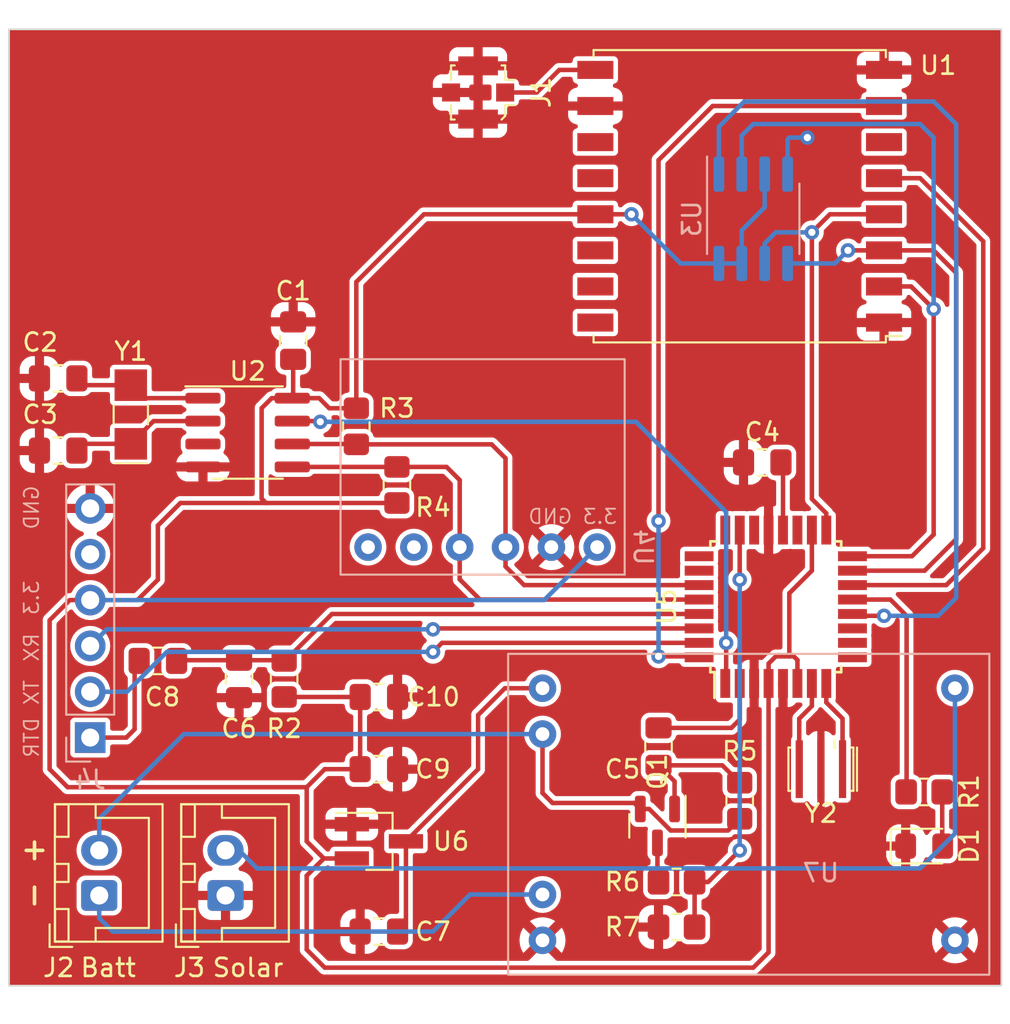
<source format=kicad_pcb>
(kicad_pcb (version 20221018) (generator pcbnew)
  (layers (0 "F.Cu" signal) (31 "B.Cu" signal) (34 "B.Paste" user) (35 "F.Paste" user) (36 "B.SilkS" user "B.Silkscreen") (37 "F.SilkS" user "F.Silkscreen") (38 "B.Mask" user) (39 "F.Mask" user) (44 "Edge.Cuts" user))
  (net 0 "")
  (net 1 "GND")
  (net 2 "/SCL")
  (net 3 "/SDA")
  (net 4 "Net-(U2-X1)")
  (net 5 "Net-(U2-X2)")
  (net 6 "Net-(Q1-G)")
  (net 7 "Net-(J4-Pin_1)")
  (net 8 "Net-(D1-A)")
  (net 9 "Net-(J2-Pin_1)")
  (net 10 "+3V3")
  (net 11 "Net-(J2-Pin_2)")
  (net 12 "Net-(J3-Pin_2)")
  (net 13 "/MFP")
  (net 15 "Net-(Q1-D)")
  (net 16 "Net-(U5-PB1)")
  (net 24 "/IRQ")
  (net 27 "Net-(U5-XTAL1{slash}PB6)")
  (net 28 "Net-(U5-XTAL2{slash}PB7)")
  (net 29 "/SCK")
  (net 30 "/MISO")
  (net 31 "/MOSI")
  (net 32 "/SS")
  (net 33 "/FL_CS")
  (net 34 "/VMTrig")
  (net 35 "/ANT")
  (net 40 "/RST")
  (net 42 "/TX")
  (net 43 "/RX")
  (net 45 "+VDC")
  (net 46 "/ARef")
  (net 49 "/VMSens")
  (footprint "Resistor_SMD:R_0805_2012Metric_Pad1.20x1.40mm_HandSolder" (layer "F.Cu") (at 92.5 141.75 180)
    (fp_text reference "R7" (at 3 0) (layer "F.SilkS"))
    (fp_text value "10k")
    (pad "1" smd roundrect (at -1 0 180) (size 1.2 1.4) (layers "F.Cu" "F.Paste" "F.Mask") (roundrect_rratio 0.2083333333) (net 49 "/VMSens"))
    (pad "2" smd roundrect (at 1 0 180) (size 1.2 1.4) (layers "F.Cu" "F.Paste" "F.Mask") (roundrect_rratio 0.2083333333) (net 1 "GND"))
  )
  (footprint "Capacitor_SMD:C_0805_2012Metric_Pad1.18x1.45mm_HandSolder" (layer "F.Cu") (at 71.25 109.25 90)
    (fp_text reference "C1" (at 2.75 0 180) (layer "F.SilkS"))
    (fp_text value "100n")
    (pad "1" smd roundrect (at -1.0375 0 90) (size 1.175 1.45) (layers "F.Cu" "F.Paste" "F.Mask") (roundrect_rratio 0.2127659574) (net 10 "+3V3"))
    (pad "2" smd roundrect (at 1.0375 0 90) (size 1.175 1.45) (layers "F.Cu" "F.Paste" "F.Mask") (roundrect_rratio 0.2127659574) (net 1 "GND"))
  )
  (footprint "Package_QFP:TQFP-32_7x7mm_P0.8mm" (layer "F.Cu") (at 98 124 90)
    (fp_text reference "U5" (at 0 -6.05 90) (layer "F.SilkS"))
    (fp_text value "ATmega328P-A")
    (pad "1" smd rect (at -4.25 -2.8 90) (size 1.6 0.55) (layers "F.Cu" "F.Paste" "F.Mask") (net 13 "/MFP"))
    (pad "2" smd rect (at -4.25 -2 90) (size 1.6 0.55) (layers "F.Cu" "F.Paste" "F.Mask") (net 34 "/VMTrig"))
    (pad "3" smd rect (at -4.25 -1.2 90) (size 1.6 0.55) (layers "F.Cu" "F.Paste" "F.Mask") (net 1 "GND"))
    (pad "4" smd rect (at -4.25 -0.4 90) (size 1.6 0.55) (layers "F.Cu" "F.Paste" "F.Mask") (net 10 "+3V3"))
    (pad "5" smd rect (at -4.25 0.4 90) (size 1.6 0.55) (layers "F.Cu" "F.Paste" "F.Mask") (net 1 "GND"))
    (pad "6" smd rect (at -4.25 1.2 90) (size 1.6 0.55) (layers "F.Cu" "F.Paste" "F.Mask") (net 10 "+3V3"))
    (pad "7" smd rect (at -4.25 2 90) (size 1.6 0.55) (layers "F.Cu" "F.Paste" "F.Mask") (net 27 "Net-(U5-XTAL1{slash}PB6)"))
    (pad "8" smd rect (at -4.25 2.8 90) (size 1.6 0.55) (layers "F.Cu" "F.Paste" "F.Mask") (net 28 "Net-(U5-XTAL2{slash}PB7)"))
    (pad "9" smd rect (at -2.8 4.25 180) (size 1.6 0.55) (layers "F.Cu" "F.Paste" "F.Mask"))
    (pad "10" smd rect (at -2 4.25 180) (size 1.6 0.55) (layers "F.Cu" "F.Paste" "F.Mask"))
    (pad "11" smd rect (at -1.2 4.25 180) (size 1.6 0.55) (layers "F.Cu" "F.Paste" "F.Mask"))
    (pad "12" smd rect (at -0.4 4.25 180) (size 1.6 0.55) (layers "F.Cu" "F.Paste" "F.Mask") (net 33 "/FL_CS"))
    (pad "13" smd rect (at 0.4 4.25 180) (size 1.6 0.55) (layers "F.Cu" "F.Paste" "F.Mask") (net 16 "Net-(U5-PB1)"))
    (pad "14" smd rect (at 1.2 4.25 180) (size 1.6 0.55) (layers "F.Cu" "F.Paste" "F.Mask") (net 32 "/SS"))
    (pad "15" smd rect (at 2 4.25 180) (size 1.6 0.55) (layers "F.Cu" "F.Paste" "F.Mask") (net 31 "/MOSI"))
    (pad "16" smd rect (at 2.8 4.25 180) (size 1.6 0.55) (layers "F.Cu" "F.Paste" "F.Mask") (net 30 "/MISO"))
    (pad "17" smd rect (at 4.25 2.8 90) (size 1.6 0.55) (layers "F.Cu" "F.Paste" "F.Mask") (net 29 "/SCK"))
    (pad "18" smd rect (at 4.25 2 90) (size 1.6 0.55) (layers "F.Cu" "F.Paste" "F.Mask") (net 10 "+3V3"))
    (pad "19" smd rect (at 4.25 1.2 90) (size 1.6 0.55) (layers "F.Cu" "F.Paste" "F.Mask"))
    (pad "20" smd rect (at 4.25 0.4 90) (size 1.6 0.55) (layers "F.Cu" "F.Paste" "F.Mask") (net 46 "/ARef"))
    (pad "21" smd rect (at 4.25 -0.4 90) (size 1.6 0.55) (layers "F.Cu" "F.Paste" "F.Mask") (net 1 "GND"))
    (pad "22" smd rect (at 4.25 -1.2 90) (size 1.6 0.55) (layers "F.Cu" "F.Paste" "F.Mask"))
    (pad "23" smd rect (at 4.25 -2 90) (size 1.6 0.55) (layers "F.Cu" "F.Paste" "F.Mask") (net 49 "/VMSens"))
    (pad "24" smd rect (at 4.25 -2.8 90) (size 1.6 0.55) (layers "F.Cu" "F.Paste" "F.Mask"))
    (pad "25" smd rect (at 2.8 -4.25 180) (size 1.6 0.55) (layers "F.Cu" "F.Paste" "F.Mask"))
    (pad "26" smd rect (at 2 -4.25 180) (size 1.6 0.55) (layers "F.Cu" "F.Paste" "F.Mask"))
    (pad "27" smd rect (at 1.2 -4.25 180) (size 1.6 0.55) (layers "F.Cu" "F.Paste" "F.Mask") (net 2 "/SCL"))
    (pad "28" smd rect (at 0.4 -4.25 180) (size 1.6 0.55) (layers "F.Cu" "F.Paste" "F.Mask") (net 3 "/SDA"))
    (pad "29" smd rect (at -0.4 -4.25 180) (size 1.6 0.55) (layers "F.Cu" "F.Paste" "F.Mask") (net 40 "/RST"))
    (pad "30" smd rect (at -1.2 -4.25 180) (size 1.6 0.55) (layers "F.Cu" "F.Paste" "F.Mask") (net 43 "/RX"))
    (pad "31" smd rect (at -2 -4.25 180) (size 1.6 0.55) (layers "F.Cu" "F.Paste" "F.Mask") (net 42 "/TX"))
    (pad "32" smd rect (at -2.8 -4.25 180) (size 1.6 0.55) (layers "F.Cu" "F.Paste" "F.Mask") (net 24 "/IRQ"))
  )
  (footprint "Crystal:Resonator_SMD_Murata_CSTxExxV-3Pin_3.0x1.1mm_HandSoldering" (layer "F.Cu") (at 100.5 133 180)
    (fp_text reference "Y2" (at 0 -2.45) (layer "F.SilkS"))
    (fp_text value "16Mhz Resonator")
    (pad "1" smd rect (at -1.2 0 180) (size 0.4 3.2) (layers "F.Cu" "F.Paste" "F.Mask") (net 28 "Net-(U5-XTAL2{slash}PB7)"))
    (pad "2" smd rect (at 0 0 180) (size 0.4 3.2) (layers "F.Cu" "F.Paste" "F.Mask") (net 1 "GND"))
    (pad "3" smd rect (at 1.2 0 180) (size 0.4 3.2) (layers "F.Cu" "F.Paste" "F.Mask") (net 27 "Net-(U5-XTAL1{slash}PB6)"))
  )
  (footprint "Connector_Coaxial:U.FL_Molex_MCRF_73412-0110_Vertical" (layer "F.Cu") (at 81.5 95.5 90)
    (fp_text reference "J1" (at 0 3.5 90) (layer "F.SilkS"))
    (fp_text value "Conn_Coaxial")
    (pad "1" smd rect (at 0 1.5 90) (size 1 1) (layers "F.Cu" "F.Paste" "F.Mask") (net 35 "/ANT"))
    (pad "2" smd rect (at -1.475 0 90) (size 1.05 2.2) (layers "F.Cu" "F.Paste" "F.Mask") (net 1 "GND"))
    (pad "2" smd rect (at 0 -1.5 90) (size 1 1) (layers "F.Cu" "F.Paste" "F.Mask") (net 1 "GND"))
    (pad "2" smd rect (at 1.475 0 90) (size 1.05 2.2) (layers "F.Cu" "F.Paste" "F.Mask") (net 1 "GND"))
  )
  (footprint "Capacitor_SMD:C_0805_2012Metric_Pad1.18x1.45mm_HandSolder" (layer "F.Cu") (at 68.25 128 -90)
    (fp_text reference "C6" (at 2.75 0 180) (layer "F.SilkS"))
    (fp_text value "0.1")
    (pad "1" smd roundrect (at -1.0375 0 270) (size 1.175 1.45) (layers "F.Cu" "F.Paste" "F.Mask") (roundrect_rratio 0.2127659574) (net 40 "/RST"))
    (pad "2" smd roundrect (at 1.0375 0 270) (size 1.175 1.45) (layers "F.Cu" "F.Paste" "F.Mask") (roundrect_rratio 0.2127659574) (net 1 "GND"))
  )
  (footprint "Package_SO:SOIC-8_3.9x4.9mm_P1.27mm" (layer "F.Cu") (at 68.725 114.345)
    (fp_text reference "U2" (at 0 -3.4) (layer "F.SilkS"))
    (fp_text value "MCP7940N-xSN")
    (pad "1" smd roundrect (at -2.475 -1.905) (size 1.95 0.6) (layers "F.Cu" "F.Paste" "F.Mask") (net 4 "Net-(U2-X1)"))
    (pad "2" smd roundrect (at -2.475 -0.635) (size 1.95 0.6) (layers "F.Cu" "F.Paste" "F.Mask") (net 5 "Net-(U2-X2)"))
    (pad "3" smd roundrect (at -2.475 0.635) (size 1.95 0.6) (layers "F.Cu" "F.Paste" "F.Mask"))
    (pad "4" smd roundrect (at -2.475 1.905) (size 1.95 0.6) (layers "F.Cu" "F.Paste" "F.Mask") (net 1 "GND"))
    (pad "5" smd roundrect (at 2.475 1.905) (size 1.95 0.6) (layers "F.Cu" "F.Paste" "F.Mask") (net 3 "/SDA"))
    (pad "6" smd roundrect (at 2.475 0.635) (size 1.95 0.6) (layers "F.Cu" "F.Paste" "F.Mask") (net 2 "/SCL"))
    (pad "7" smd roundrect (at 2.475 -0.635) (size 1.95 0.6) (layers "F.Cu" "F.Paste" "F.Mask") (net 13 "/MFP"))
    (pad "8" smd roundrect (at 2.475 -1.905) (size 1.95 0.6) (layers "F.Cu" "F.Paste" "F.Mask") (net 10 "+3V3"))
  )
  (footprint "Resistor_SMD:R_0805_2012Metric_Pad1.20x1.40mm_HandSolder" (layer "F.Cu") (at 92.5 139.25)
    (fp_text reference "R6" (at -3 0) (layer "F.SilkS"))
    (fp_text value "10k")
    (pad "1" smd roundrect (at -1 0) (size 1.2 1.4) (layers "F.Cu" "F.Paste" "F.Mask") (roundrect_rratio 0.2083333333) (net 15 "Net-(Q1-D)"))
    (pad "2" smd roundrect (at 1 0) (size 1.2 1.4) (layers "F.Cu" "F.Paste" "F.Mask") (roundrect_rratio 0.2083333333) (net 49 "/VMSens"))
  )
  (footprint "Capacitor_SMD:C_0805_2012Metric_Pad1.18x1.45mm_HandSolder" (layer "F.Cu") (at 63.75 127)
    (fp_text reference "C8" (at 0.25 2) (layer "F.SilkS"))
    (fp_text value "0.1")
    (pad "1" smd roundrect (at -1.0375 0) (size 1.175 1.45) (layers "F.Cu" "F.Paste" "F.Mask") (roundrect_rratio 0.2127659574) (net 7 "Net-(J4-Pin_1)"))
    (pad "2" smd roundrect (at 1.0375 0) (size 1.175 1.45) (layers "F.Cu" "F.Paste" "F.Mask") (roundrect_rratio 0.2127659574) (net 40 "/RST"))
  )
  (footprint "Resistor_SMD:R_0805_2012Metric_Pad1.20x1.40mm_HandSolder" (layer "F.Cu") (at 106.225 134.2625 180)
    (fp_text reference "R1" (at -2.5 0 90) (layer "F.SilkS"))
    (fp_text value "10k")
    (pad "1" smd roundrect (at -1 0 180) (size 1.2 1.4) (layers "F.Cu" "F.Paste" "F.Mask") (roundrect_rratio 0.2083333333) (net 8 "Net-(D1-A)"))
    (pad "2" smd roundrect (at 1 0 180) (size 1.2 1.4) (layers "F.Cu" "F.Paste" "F.Mask") (roundrect_rratio 0.2083333333) (net 16 "Net-(U5-PB1)"))
  )
  (footprint "Capacitor_SMD:C_0805_2012Metric_Pad1.18x1.45mm_HandSolder" (layer "F.Cu") (at 76 133 180)
    (fp_text reference "C9" (at -3 0 180) (layer "F.SilkS"))
    (fp_text value "10u")
    (pad "1" smd roundrect (at -1.0375 0 180) (size 1.175 1.45) (layers "F.Cu" "F.Paste" "F.Mask") (roundrect_rratio 0.2127659574) (net 1 "GND"))
    (pad "2" smd roundrect (at 1.0375 0 180) (size 1.175 1.45) (layers "F.Cu" "F.Paste" "F.Mask") (roundrect_rratio 0.2127659574) (net 10 "+3V3"))
  )
  (footprint "Capacitor_SMD:C_0805_2012Metric_Pad1.18x1.45mm_HandSolder" (layer "F.Cu") (at 58.225 111.345 180)
    (fp_text reference "C2" (at 1 2) (layer "F.SilkS"))
    (fp_text value "6p")
    (pad "1" smd roundrect (at -1.0375 0 180) (size 1.175 1.45) (layers "F.Cu" "F.Paste" "F.Mask") (roundrect_rratio 0.2127659574) (net 4 "Net-(U2-X1)"))
    (pad "2" smd roundrect (at 1.0375 0 180) (size 1.175 1.45) (layers "F.Cu" "F.Paste" "F.Mask") (roundrect_rratio 0.2127659574) (net 1 "GND"))
  )
  (footprint "Connector_JST:JST_XH_B2B-XH-A_1x02_P2.50mm_Vertical" (layer "F.Cu") (at 60.5 140 90)
    (fp_text reference "J2" (at -4 -2.25 180) (layer "F.SilkS"))
    (fp_text value "Conn_01x02_Male")
    (pad "1" thru_hole roundrect (at 0 0 90) (size 1.7 2) (drill 1) (layers "*.Cu" "*.Mask") (roundrect_rratio 0.1470588235) (net 9 "Net-(J2-Pin_1)"))
    (pad "2" thru_hole oval (at 2.5 0 90) (size 1.7 2) (drill 1) (layers "*.Cu" "*.Mask") (net 11 "Net-(J2-Pin_2)"))
  )
  (footprint "Package_TO_SOT_SMD:SOT-23" (layer "F.Cu") (at 91.44 136.144 -90)
    (fp_text reference "Q1" (at -3 0 90) (layer "F.SilkS"))
    (fp_text value "DMG2301L")
    (pad "1" smd roundrect (at -0.9375 -0.95 270) (size 1.475 0.6) (layers "F.Cu" "F.Paste" "F.Mask") (net 6 "Net-(Q1-G)"))
    (pad "2" smd roundrect (at -0.9375 0.95 270) (size 1.475 0.6) (layers "F.Cu" "F.Paste" "F.Mask") (net 11 "Net-(J2-Pin_2)"))
    (pad "3" smd roundrect (at 0.9375 0 270) (size 1.475 0.6) (layers "F.Cu" "F.Paste" "F.Mask") (net 15 "Net-(Q1-D)"))
  )
  (footprint "Capacitor_SMD:C_0805_2012Metric_Pad1.18x1.45mm_HandSolder" (layer "F.Cu") (at 76 142)
    (fp_text reference "C7" (at 3 0 180) (layer "F.SilkS"))
    (fp_text value "1u")
    (pad "1" smd roundrect (at -1.0375 0) (size 1.175 1.45) (layers "F.Cu" "F.Paste" "F.Mask") (roundrect_rratio 0.2127659574) (net 1 "GND"))
    (pad "2" smd roundrect (at 1.0375 0) (size 1.175 1.45) (layers "F.Cu" "F.Paste" "F.Mask") (roundrect_rratio 0.2127659574) (net 45 "+VDC"))
  )
  (footprint "Capacitor_SMD:C_0805_2012Metric_Pad1.18x1.45mm_HandSolder" (layer "F.Cu") (at 76 129 180)
    (fp_text reference "C10" (at -3.0375 0 180) (layer "F.SilkS"))
    (fp_text value "100n")
    (pad "1" smd roundrect (at -1.0375 0 180) (size 1.175 1.45) (layers "F.Cu" "F.Paste" "F.Mask") (roundrect_rratio 0.2127659574) (net 1 "GND"))
    (pad "2" smd roundrect (at 1.0375 0 180) (size 1.175 1.45) (layers "F.Cu" "F.Paste" "F.Mask") (roundrect_rratio 0.2127659574) (net 10 "+3V3"))
  )
  (footprint "Resistor_SMD:R_0805_2012Metric_Pad1.20x1.40mm_HandSolder" (layer "F.Cu") (at 77 117.25 90)
    (fp_text reference "R4" (at -1.25 2) (layer "F.SilkS"))
    (fp_text value "10k")
    (pad "1" smd roundrect (at -1 0 90) (size 1.2 1.4) (layers "F.Cu" "F.Paste" "F.Mask") (roundrect_rratio 0.2083333333) (net 10 "+3V3"))
    (pad "2" smd roundrect (at 1 0 90) (size 1.2 1.4) (layers "F.Cu" "F.Paste" "F.Mask") (roundrect_rratio 0.2083333333) (net 3 "/SDA"))
  )
  (footprint "Connector_JST:JST_XH_B2B-XH-A_1x02_P2.50mm_Vertical" (layer "F.Cu") (at 67.5 140 90)
    (fp_text reference "J3" (at -4 -2 180) (layer "F.SilkS"))
    (fp_text value "Conn_01x02_Male")
    (pad "1" thru_hole roundrect (at 0 0 90) (size 1.7 2) (drill 1) (layers "*.Cu" "*.Mask") (roundrect_rratio 0.1470588235) (net 1 "GND"))
    (pad "2" thru_hole oval (at 2.5 0 90) (size 1.7 2) (drill 1) (layers "*.Cu" "*.Mask") (net 12 "Net-(J3-Pin_2)"))
  )
  (footprint "LED_SMD:LED_0805_2012Metric_Pad1.15x1.40mm_HandSolder" (layer "F.Cu") (at 106.225 137.2625)
    (fp_text reference "D1" (at 2.5 0 90) (layer "F.SilkS"))
    (fp_text value "LED")
    (pad "1" smd roundrect (at -1.025 0) (size 1.15 1.4) (layers "F.Cu" "F.Paste" "F.Mask") (roundrect_rratio 0.2173913043) (net 1 "GND"))
    (pad "2" smd roundrect (at 1.025 0) (size 1.15 1.4) (layers "F.Cu" "F.Paste" "F.Mask") (roundrect_rratio 0.2173913043) (net 8 "Net-(D1-A)"))
  )
  (footprint "Capacitor_SMD:C_0805_2012Metric_Pad1.18x1.45mm_HandSolder" (layer "F.Cu") (at 58.225 115.345 180)
    (fp_text reference "C3" (at 1 2) (layer "F.SilkS"))
    (fp_text value "6p")
    (pad "1" smd roundrect (at -1.0375 0 180) (size 1.175 1.45) (layers "F.Cu" "F.Paste" "F.Mask") (roundrect_rratio 0.2127659574) (net 5 "Net-(U2-X2)"))
    (pad "2" smd roundrect (at 1.0375 0 180) (size 1.175 1.45) (layers "F.Cu" "F.Paste" "F.Mask") (roundrect_rratio 0.2127659574) (net 1 "GND"))
  )
  (footprint "RF_Module:HOPERF_RFM9XW_SMD" (layer "F.Cu") (at 96 101.25 180)
    (fp_text reference "U1" (at -11 7.25) (layer "F.SilkS"))
    (fp_text value "RFM69HCW")
    (pad "1" smd rect (at -8 -7 180) (size 2 1) (layers "F.Cu" "F.Paste" "F.Mask") (net 1 "GND"))
    (pad "2" smd rect (at -8 -5 180) (size 2 1) (layers "F.Cu" "F.Paste" "F.Mask") (net 30 "/MISO"))
    (pad "3" smd rect (at -8 -3 180) (size 2 1) (layers "F.Cu" "F.Paste" "F.Mask") (net 31 "/MOSI"))
    (pad "4" smd rect (at -8 -1 180) (size 2 1) (layers "F.Cu" "F.Paste" "F.Mask") (net 29 "/SCK"))
    (pad "5" smd rect (at -8 1 180) (size 2 1) (layers "F.Cu" "F.Paste" "F.Mask") (net 32 "/SS"))
    (pad "6" smd rect (at -8 3 180) (size 2 1) (layers "F.Cu" "F.Paste" "F.Mask"))
    (pad "7" smd rect (at -8 5 180) (size 2 1) (layers "F.Cu" "F.Paste" "F.Mask") (net 24 "/IRQ"))
    (pad "8" smd rect (at -8 7 180) (size 2 1) (layers "F.Cu" "F.Paste" "F.Mask") (net 1 "GND"))
    (pad "9" smd rect (at 8 7 180) (size 2 1) (layers "F.Cu" "F.Paste" "F.Mask") (net 35 "/ANT"))
    (pad "10" smd rect (at 8 5 180) (size 2 1) (layers "F.Cu" "F.Paste" "F.Mask") (net 1 "GND"))
    (pad "11" smd rect (at 8 3 180) (size 2 1) (layers "F.Cu" "F.Paste" "F.Mask"))
    (pad "12" smd rect (at 8 1 180) (size 2 1) (layers "F.Cu" "F.Paste" "F.Mask"))
    (pad "13" smd rect (at 8 -1 180) (size 2 1) (layers "F.Cu" "F.Paste" "F.Mask") (net 10 "+3V3"))
    (pad "14" smd rect (at 8 -3 180) (size 2 1) (layers "F.Cu" "F.Paste" "F.Mask"))
    (pad "15" smd rect (at 8 -5 180) (size 2 1) (layers "F.Cu" "F.Paste" "F.Mask"))
    (pad "16" smd rect (at 8 -7 180) (size 2 1) (layers "F.Cu" "F.Paste" "F.Mask"))
  )
  (footprint "Package_TO_SOT_SMD:SOT-23_Handsoldering" (layer "F.Cu") (at 76 137)
    (fp_text reference "U6" (at 4 0 180) (layer "F.SilkS"))
    (fp_text value "MCP1700-1202E_SOT23")
    (pad "1" smd rect (at -1.5 -0.95) (size 1.9 0.8) (layers "F.Cu" "F.Paste" "F.Mask") (net 1 "GND"))
    (pad "2" smd rect (at -1.5 0.95) (size 1.9 0.8) (layers "F.Cu" "F.Paste" "F.Mask") (net 10 "+3V3"))
    (pad "3" smd rect (at 1.5 0) (size 1.9 0.8) (layers "F.Cu" "F.Paste" "F.Mask") (net 45 "+VDC"))
  )
  (footprint "Resistor_SMD:R_0805_2012Metric_Pad1.20x1.40mm_HandSolder" (layer "F.Cu") (at 74.75 114 90)
    (fp_text reference "R3" (at 1 2.25 180) (layer "F.SilkS"))
    (fp_text value "10k")
    (pad "1" smd roundrect (at -1 0 90) (size 1.2 1.4) (layers "F.Cu" "F.Paste" "F.Mask") (roundrect_rratio 0.2083333333) (net 2 "/SCL"))
    (pad "2" smd roundrect (at 1 0 90) (size 1.2 1.4) (layers "F.Cu" "F.Paste" "F.Mask") (roundrect_rratio 0.2083333333) (net 10 "+3V3"))
  )
  (footprint "Capacitor_SMD:C_0805_2012Metric_Pad1.18x1.45mm_HandSolder" (layer "F.Cu") (at 91.5 131.75 -90)
    (fp_text reference "C5" (at 1.25 2 180) (layer "F.SilkS"))
    (fp_text value "1u")
    (pad "1" smd roundrect (at -1.0375 0 270) (size 1.175 1.45) (layers "F.Cu" "F.Paste" "F.Mask") (roundrect_rratio 0.2127659574) (net 34 "/VMTrig"))
    (pad "2" smd roundrect (at 1.0375 0 270) (size 1.175 1.45) (layers "F.Cu" "F.Paste" "F.Mask") (roundrect_rratio 0.2127659574) (net 6 "Net-(Q1-G)"))
  )
  (footprint "Crystal:Crystal_SMD_EuroQuartz_EQ161-2Pin_3.2x1.5mm_HandSoldering" (layer "F.Cu") (at 62.25 113.345 90)
    (fp_text reference "Y1" (at 3.5 0 180) (layer "F.SilkS"))
    (fp_text value "Crystal")
    (pad "1" smd rect (at -1.625 0 90) (size 1.75 1.8) (layers "F.Cu" "F.Paste" "F.Mask") (net 5 "Net-(U2-X2)"))
    (pad "2" smd rect (at 1.625 0 90) (size 1.75 1.8) (layers "F.Cu" "F.Paste" "F.Mask") (net 4 "Net-(U2-X1)"))
  )
  (footprint "Capacitor_SMD:C_0805_2012Metric_Pad1.18x1.45mm_HandSolder" (layer "F.Cu") (at 97.25 116)
    (fp_text reference "C4" (at 0 -1.68) (layer "F.SilkS"))
    (fp_text value "0.1")
    (pad "1" smd roundrect (at -1.0375 0) (size 1.175 1.45) (layers "F.Cu" "F.Paste" "F.Mask") (roundrect_rratio 0.2127659574) (net 1 "GND"))
    (pad "2" smd roundrect (at 1.0375 0) (size 1.175 1.45) (layers "F.Cu" "F.Paste" "F.Mask") (roundrect_rratio 0.2127659574) (net 46 "/ARef"))
  )
  (footprint "Resistor_SMD:R_0805_2012Metric_Pad1.20x1.40mm_HandSolder" (layer "F.Cu") (at 70.75 128 -90)
    (fp_text reference "R2" (at 2.75 0) (layer "F.SilkS"))
    (fp_text value "10k")
    (pad "1" smd roundrect (at -1 0 270) (size 1.2 1.4) (layers "F.Cu" "F.Paste" "F.Mask") (roundrect_rratio 0.2083333333) (net 40 "/RST"))
    (pad "2" smd roundrect (at 1 0 270) (size 1.2 1.4) (layers "F.Cu" "F.Paste" "F.Mask") (roundrect_rratio 0.2083333333) (net 10 "+3V3"))
  )
  (footprint "Resistor_SMD:R_0805_2012Metric_Pad1.20x1.40mm_HandSolder" (layer "F.Cu") (at 96 134.75 90)
    (fp_text reference "R5" (at 2.75 0 180) (layer "F.SilkS"))
    (fp_text value "10k")
    (pad "1" smd roundrect (at -1 0 90) (size 1.2 1.4) (layers "F.Cu" "F.Paste" "F.Mask") (roundrect_rratio 0.2083333333) (net 11 "Net-(J2-Pin_2)"))
    (pad "2" smd roundrect (at 1 0 90) (size 1.2 1.4) (layers "F.Cu" "F.Paste" "F.Mask") (roundrect_rratio 0.2083333333) (net 6 "Net-(Q1-G)"))
  )
  (footprint "Package_SO:SOIC-8_3.9x4.9mm_P1.27mm" (layer "B.Cu") (at 96.75 102.5 -90)
    (fp_text reference "U3" (at 0 3.4 90) (layer "B.SilkS") (effects (justify mirror)))
    (fp_text value "W25X40CL")
    (pad "1" smd roundrect (at -2.475 1.905 270) (size 1.95 0.6) (layers "B.Cu" "B.Paste" "B.Mask") (net 33 "/FL_CS"))
    (pad "2" smd roundrect (at -2.475 0.635 270) (size 1.95 0.6) (layers "B.Cu" "B.Paste" "B.Mask") (net 30 "/MISO"))
    (pad "3" smd roundrect (at -2.475 -0.635 270) (size 1.95 0.6) (layers "B.Cu" "B.Paste" "B.Mask") (net 10 "+3V3"))
    (pad "4" smd roundrect (at -2.475 -1.905 270) (size 1.95 0.6) (layers "B.Cu" "B.Paste" "B.Mask") (net 1 "GND"))
    (pad "5" smd roundrect (at 2.475 -1.905 270) (size 1.95 0.6) (layers "B.Cu" "B.Paste" "B.Mask") (net 31 "/MOSI"))
    (pad "6" smd roundrect (at 2.475 -0.635 270) (size 1.95 0.6) (layers "B.Cu" "B.Paste" "B.Mask") (net 29 "/SCK"))
    (pad "7" smd roundrect (at 2.475 0.635 270) (size 1.95 0.6) (layers "B.Cu" "B.Paste" "B.Mask") (net 10 "+3V3"))
    (pad "8" smd roundrect (at 2.475 1.905 270) (size 1.95 0.6) (layers "B.Cu" "B.Paste" "B.Mask") (net 10 "+3V3"))
  )
  (footprint "Connector_PinHeader_2.54mm:PinHeader_1x06_P2.54mm_Vertical" (layer "B.Cu") (at 60 131.25)
    (fp_text reference "J4" (at 0 2.33) (layer "B.SilkS") (effects (justify mirror)))
    (fp_text value "Conn_01x06")
    (pad "1" thru_hole rect (at 0 0) (size 1.7 1.7) (drill 1) (layers "*.Cu" "*.Mask") (net 7 "Net-(J4-Pin_1)"))
    (pad "2" thru_hole oval (at 0 -2.54) (size 1.7 1.7) (drill 1) (layers "*.Cu" "*.Mask") (net 42 "/TX"))
    (pad "3" thru_hole oval (at 0 -5.08) (size 1.7 1.7) (drill 1) (layers "*.Cu" "*.Mask") (net 43 "/RX"))
    (pad "4" thru_hole oval (at 0 -7.62) (size 1.7 1.7) (drill 1) (layers "*.Cu" "*.Mask") (net 10 "+3V3"))
    (pad "5" thru_hole oval (at 0 -10.16) (size 1.7 1.7) (drill 1) (layers "*.Cu" "*.Mask"))
    (pad "6" thru_hole oval (at 0 -12.7) (size 1.7 1.7) (drill 1) (layers "*.Cu" "*.Mask") (net 1 "GND"))
  )
  (footprint "Module_Power:BattMngmnt_TC4056A" (layer "B.Cu") (at 107.93 128.515 180)
    (fp_text reference "U7" (at 7.43 -10.235 unlocked) (layer "B.SilkS") (effects (justify mirror)))
    (fp_text value "BatteryManagement_TC4056A")
    (pad "1" thru_hole circle (at 0 0 180) (size 1.524 1.524) (drill 0.762) (layers "*.Cu" "*.Mask") (net 12 "Net-(J3-Pin_2)"))
    (pad "2" thru_hole circle (at 0 -13.97 180) (size 1.524 1.524) (drill 0.762) (layers "*.Cu" "*.Mask") (net 1 "GND"))
    (pad "2" thru_hole circle (at 22.86 -13.97 180) (size 1.524 1.524) (drill 0.762) (layers "*.Cu" "*.Mask") (net 1 "GND"))
    (pad "4" thru_hole circle (at 22.86 -11.43 180) (size 1.524 1.524) (drill 0.762) (layers "*.Cu" "*.Mask") (net 9 "Net-(J2-Pin_1)"))
    (pad "5" thru_hole circle (at 22.86 -2.54 180) (size 1.524 1.524) (drill 0.762) (layers "*.Cu" "*.Mask") (net 11 "Net-(J2-Pin_2)"))
    (pad "6" thru_hole circle (at 22.86 0 180) (size 1.524 1.524) (drill 0.762) (layers "*.Cu" "*.Mask") (net 45 "+VDC"))
  )
  (footprint "Module_Sensor:BMP280_Breakboard" (layer "B.Cu") (at 88.1 120.695 90)
    (fp_text reference "U4" (at 0 2.54 -90 unlocked) (layer "B.SilkS") (effects (justify mirror)))
    (fp_text value "BMP280")
    (pad "1" thru_hole circle (at 0 0 90) (size 1.524 1.524) (drill 0.762) (layers "*.Cu" "*.Mask") (net 10 "+3V3"))
    (pad "2" thru_hole circle (at 0 -2.54 90) (size 1.524 1.524) (drill 0.762) (layers "*.Cu" "*.Mask") (net 1 "GND"))
    (pad "3" thru_hole circle (at 0 -5.08 90) (size 1.524 1.524) (drill 0.762) (layers "*.Cu" "*.Mask") (net 2 "/SCL"))
    (pad "4" thru_hole circle (at 0 -7.62 90) (size 1.524 1.524) (drill 0.762) (layers "*.Cu" "*.Mask") (net 3 "/SDA"))
    (pad "5" thru_hole circle (at 0 -10.16 90) (size 1.524 1.524) (drill 0.762) (layers "*.Cu" "*.Mask"))
    (pad "6" thru_hole circle (at 0 -12.7 90) (size 1.524 1.524) (drill 0.762) (layers "*.Cu" "*.Mask"))
  )
  (gr_rect (start 55.5 92) (end 110.5 145) (stroke (width 0.1)) (fill none) (layer "Edge.Cuts"))
  (gr_text "TX\n" (at 56.75 128.75 -270) (layer "B.SilkS") (effects (font (size 0.8 0.8) (thickness 0.1)) (justify mirror)))
  (gr_text "3.3" (at 88.25 119) (layer "B.SilkS") (effects (font (size 0.8 0.8) (thickness 0.1)) (justify mirror)))
  (gr_text "DTR" (at 56.75 131.25 -270) (layer "B.SilkS") (effects (font (size 0.8 0.8) (thickness 0.1)) (justify mirror)))
  (gr_text "RX\n" (at 56.75 126.25 -270) (layer "B.SilkS") (effects (font (size 0.8 0.8) (thickness 0.1)) (justify mirror)))
  (gr_text "3.3" (at 56.75 123.5 -270) (layer "B.SilkS") (effects (font (size 0.8 0.8) (thickness 0.1)) (justify mirror)))
  (gr_text "GND" (at 85.5 119) (layer "B.SilkS") (effects (font (size 0.8 0.8) (thickness 0.1)) (justify mirror)))
  (gr_text "GND" (at 56.75 118.5 -270) (layer "B.SilkS") (effects (font (size 0.8 0.8) (thickness 0.1)) (justify mirror)))
  (gr_text "-" (at 57 140 270) (layer "F.SilkS") (effects (font (size 1.2 1.2) (thickness 0.2))))
  (gr_text "Solar" (at 68.75 144) (layer "F.SilkS") (effects (font (size 1 1))))
  (gr_text "Batt" (at 61 144) (layer "F.SilkS") (effects (font (size 1 1))))
  (gr_text "+" (at 57 137.5 270) (layer "F.SilkS") (effects (font (size 1.2 1.2) (thickness 0.2))))
  (via (at 99.75 98) (size 0.8) (drill 0.4) (layers "F.Cu" "B.Cu") (net 1))
  (segment (start 98.655 98.095) (end 98.75 98) (width 0.25) (layer "B.Cu") (net 1))
  (segment (start 98.75 98) (end 99.75 98) (width 0.25) (layer "B.Cu") (net 1))
  (segment (start 98.655 100.025) (end 98.655 98.095) (width 0.25) (layer "B.Cu") (net 1))
  (segment (start 84.05 122.8) (end 83.02 121.77) (width 0.25) (layer "F.Cu") (net 2))
  (segment (start 83.02 121.77) (end 83.02 120.695) (width 0.25) (layer "F.Cu") (net 2))
  (segment (start 93.75 122.8) (end 84.05 122.8) (width 0.25) (layer "F.Cu") (net 2))
  (segment (start 82.25 115) (end 74.75 115) (width 0.25) (layer "F.Cu") (net 2))
  (segment (start 71.2 114.98) (end 74.73 114.98) (width 0.25) (layer "F.Cu") (net 2))
  (segment (start 83.02 115.77) (end 82.25 115) (width 0.25) (layer "F.Cu") (net 2))
  (segment (start 83.02 120.695) (end 83.02 115.77) (width 0.25) (layer "F.Cu") (net 2))
  (segment (start 80.48 120.695) (end 80.48 116.98) (width 0.25) (layer "F.Cu") (net 3))
  (segment (start 80.48 122.48) (end 81.6 123.6) (width 0.25) (layer "F.Cu") (net 3))
  (segment (start 81.6 123.6) (end 93.75 123.6) (width 0.25) (layer "F.Cu") (net 3))
  (segment (start 80.48 116.98) (end 79.75 116.25) (width 0.25) (layer "F.Cu") (net 3))
  (segment (start 79.75 116.25) (end 71.2 116.25) (width 0.25) (layer "F.Cu") (net 3))
  (segment (start 80.48 120.695) (end 80.48 122.48) (width 0.25) (layer "F.Cu") (net 3))
  (segment (start 62.82 112.44) (end 62.1 111.72) (width 0.25) (layer "F.Cu") (net 4))
  (segment (start 66.25 112.44) (end 62.82 112.44) (width 0.25) (layer "F.Cu") (net 4))
  (segment (start 59.6375 111.72) (end 62.25 111.72) (width 0.25) (layer "F.Cu") (net 4))
  (segment (start 59.6375 114.97) (end 62.25 114.97) (width 0.25) (layer "F.Cu") (net 5))
  (segment (start 63.51 113.71) (end 66.25 113.71) (width 0.25) (layer "F.Cu") (net 5))
  (segment (start 62.25 114.97) (end 63.51 113.71) (width 0.25) (layer "F.Cu") (net 5))
  (segment (start 95.0375 132.7875) (end 91.5 132.7875) (width 0.25) (layer "F.Cu") (net 6))
  (segment (start 92.39 135.2065) (end 92.39 133.6775) (width 0.25) (layer "F.Cu") (net 6))
  (segment (start 92.39 133.6775) (end 91.5 132.7875) (width 0.25) (layer "F.Cu") (net 6))
  (segment (start 96 133.75) (end 95.0375 132.7875) (width 0.25) (layer "F.Cu") (net 6))
  (segment (start 62 131.25) (end 62.4625 130.7875) (width 0.25) (layer "F.Cu") (net 7))
  (segment (start 60 131.25) (end 62 131.25) (width 0.25) (layer "F.Cu") (net 7))
  (segment (start 62.4625 130.7875) (end 62.4625 127.25) (width 0.25) (layer "F.Cu") (net 7))
  (segment (start 62.4625 127.25) (end 62.7125 127) (width 0.25) (layer "F.Cu") (net 7))
  (segment (start 107.225 134.2625) (end 107.225 137.2375) (width 0.25) (layer "F.Cu") (net 8))
  (segment (start 85.07 139.945) (end 81.055 139.945) (width 0.25) (layer "B.Cu") (net 9))
  (segment (start 60.5 141.25) (end 60.5 140) (width 0.25) (layer "B.Cu") (net 9))
  (segment (start 61.25 142) (end 60.5 141.25) (width 0.25) (layer "B.Cu") (net 9))
  (segment (start 79 142) (end 61.25 142) (width 0.25) (layer "B.Cu") (net 9))
  (segment (start 81.055 139.945) (end 79 142) (width 0.25) (layer "B.Cu") (net 9))
  (segment (start 97.6 128.25) (end 97.6 143.15) (width 0.25) (layer "F.Cu") (net 10))
  (segment (start 96.75 144) (end 73 144) (width 0.25) (layer "F.Cu") (net 10))
  (segment (start 69.5 113) (end 69.5 118) (width 0.25) (layer "F.Cu") (net 10))
  (segment (start 99 126.75) (end 98.75 126.75) (width 0.25) (layer "F.Cu") (net 10))
  (segment (start 72.95 137.95) (end 72 137) (width 0.25) (layer "F.Cu") (net 10))
  (segment (start 71.2 112.44) (end 70.06 112.44) (width 0.25) (layer "F.Cu") (net 10))
  (segment (start 65 118.25) (end 63.75 119.5) (width 0.25) (layer "F.Cu") (net 10))
  (segment (start 99.2 126.95) (end 99 126.75) (width 0.25) (layer "F.Cu") (net 10))
  (segment (start 74.75 113) (end 74.75 106) (width 0.25) (layer "F.Cu") (net 10))
  (segment (start 69.5 118) (end 69.75 118.25) (width 0.25) (layer "F.Cu") (net 10))
  (segment (start 77 118.25) (end 69.75 118.25) (width 0.25) (layer "F.Cu") (net 10))
  (segment (start 98.75 123.25) (end 100 122) (width 0.25) (layer "F.Cu") (net 10))
  (segment (start 58.75 134) (end 57.75 133) (width 0.25) (layer "F.Cu") (net 10))
  (segment (start 57.75 124.75) (end 58.87 123.63) (width 0.25) (layer "F.Cu") (net 10))
  (segment (start 74.75 106) (end 78.5 102.25) (width 0.25) (layer "F.Cu") (net 10))
  (segment (start 72 137) (end 72 134) (width 0.25) (layer "F.Cu") (net 10))
  (segment (start 57.75 133) (end 57.75 124.75) (width 0.25) (layer "F.Cu") (net 10))
  (segment (start 74.5 137.95) (end 72.95 137.95) (width 0.25) (layer "F.Cu") (net 10))
  (segment (start 98 126.75) (end 97.6 127.15) (width 0.25) (layer "F.Cu") (net 10))
  (segment (start 62.62 123.63) (end 60 123.63) (width 0.25) (layer "F.Cu") (net 10))
  (segment (start 99.2 128.25) (end 99.2 126.95) (width 0.25) (layer "F.Cu") (net 10))
  (segment (start 69.75 118.25) (end 65 118.25) (width 0.25) (layer "F.Cu") (net 10))
  (segment (start 58.87 123.63) (end 60 123.63) (width 0.25) (layer "F.Cu") (net 10))
  (segment (start 72 134) (end 58.75 134) (width 0.25) (layer "F.Cu") (net 10))
  (segment (start 72 134) (end 73 133) (width 0.25) (layer "F.Cu") (net 10))
  (segment (start 73 133) (end 74.9625 133) (width 0.25) (layer "F.Cu") (net 10))
  (segment (start 78.5 102.25) (end 88 102.25) (width 0.25) (layer "F.Cu") (net 10))
  (segment (start 72.69 112.44) (end 73.25 113) (width 0.25) (layer "F.Cu") (net 10))
  (segment (start 72 138.9) (end 72.95 137.95) (width 0.25) (layer "F.Cu") (net 10))
  (segment (start 72 143) (end 72 138.9) (width 0.25) (layer "F.Cu") (net 10))
  (segment (start 97.6 127.15) (end 97.6 128.25) (width 0.25) (layer "F.Cu") (net 10))
  (segment (start 63.75 122.5) (end 62.62 123.63) (width 0.25) (layer "F.Cu") (net 10))
  (segment (start 97.6 143.15) (end 96.75 144) (width 0.25) (layer "F.Cu") (net 10))
  (segment (start 63.75 119.5) (end 63.75 122.5) (width 0.25) (layer "F.Cu") (net 10))
  (segment (start 71.2 112.44) (end 72.69 112.44) (width 0.25) (layer "F.Cu") (net 10))
  (segment (start 73.25 113) (end 74.75 113) (width 0.25) (layer "F.Cu") (net 10))
  (segment (start 74.9625 129) (end 74.9625 133) (width 0.25) (layer "F.Cu") (net 10))
  (segment (start 90 102.25) (end 88 102.25) (width 0.25) (layer "F.Cu") (net 10))
  (segment (start 98.75 126.75) (end 98.75 123.25) (width 0.25) (layer "F.Cu") (net 10))
  (segment (start 100 122) (end 100 119.75) (width 0.25) (layer "F.Cu") (net 10))
  (segment (start 71.25 110.2875) (end 71.25 112.39) (width 0.25) (layer "F.Cu") (net 10))
  (segment (start 70.06 112.44) (end 69.5 113) (width 0.25) (layer "F.Cu") (net 10))
  (segment (start 70.75 129) (end 74.9625 129) (width 0.25) (layer "F.Cu") (net 10))
  (segment (start 98.75 126.75) (end 98 126.75) (width 0.25) (layer "F.Cu") (net 10))
  (segment (start 73 144) (end 72 143) (width 0.25) (layer "F.Cu") (net 10))
  (via (at 90 102.25) (size 0.8) (drill 0.4) (layers "F.Cu" "B.Cu") (net 10))
  (segment (start 94.845 104.975) (end 96.115 104.975) (width 0.25) (layer "B.Cu") (net 10))
  (segment (start 96.115 104.975) (end 96.115 103.135) (width 0.25) (layer "B.Cu") (net 10))
  (segment (start 60 123.63) (end 85.165 123.63) (width 0.25) (layer "B.Cu") (net 10))
  (segment (start 94.845 104.975) (end 92.725 104.975) (width 0.25) (layer "B.Cu") (net 10))
  (segment (start 96.115 103.135) (end 97.385 101.865) (width 0.25) (layer "B.Cu") (net 10))
  (segment (start 85.165 123.63) (end 88.1 120.695) (width 0.25) (layer "B.Cu") (net 10))
  (segment (start 97.385 101.865) (end 97.385 100.025) (width 0.25) (layer "B.Cu") (net 10))
  (segment (start 92.725 104.975) (end 90 102.25) (width 0.25) (layer "B.Cu") (net 10))
  (segment (start 90.49 135.2065) (end 90.1575 134.874) (width 0.25) (layer "F.Cu") (net 11))
  (segment (start 95.352 136.398) (end 96 135.75) (width 0.25) (layer "F.Cu") (net 11))
  (segment (start 85.624 134.874) (end 85.07 134.32) (width 0.25) (layer "F.Cu") (net 11))
  (segment (start 90.49 135.2065) (end 90.980748 135.2065) (width 0.25) (layer "F.Cu") (net 11))
  (segment (start 90.1575 134.874) (end 85.624 134.874) (width 0.25) (layer "F.Cu") (net 11))
  (segment (start 90.980748 135.2065) (end 92.172248 136.398) (width 0.25) (layer "F.Cu") (net 11))
  (segment (start 92.172248 136.398) (end 95.352 136.398) (width 0.25) (layer "F.Cu") (net 11))
  (segment (start 85.07 134.32) (end 85.07 131.055) (width 0.25) (layer "F.Cu") (net 11))
  (segment (start 65.195 131.055) (end 60.5 135.75) (width 0.25) (layer "B.Cu") (net 11))
  (segment (start 60.5 135.75) (end 60.5 137.5) (width 0.25) (layer "B.Cu") (net 11))
  (segment (start 85.07 131.055) (end 65.195 131.055) (width 0.25) (layer "B.Cu") (net 11))
  (segment (start 68.25 137.5) (end 67.5 137.5) (width 0.25) (layer "B.Cu") (net 12))
  (segment (start 107.93 128.515) (end 107.93 136.57) (width 0.25) (layer "B.Cu") (net 12))
  (segment (start 106 138.5) (end 69.25 138.5) (width 0.25) (layer "B.Cu") (net 12))
  (segment (start 69.25 138.5) (end 68.25 137.5) (width 0.25) (layer "B.Cu") (net 12))
  (segment (start 107.93 136.57) (end 106 138.5) (width 0.25) (layer "B.Cu") (net 12))
  (segment (start 71.2 113.71) (end 72.71 113.71) (width 0.25) (layer "F.Cu") (net 13))
  (segment (start 95.25 126) (end 95.25 128.2) (width 0.25) (layer "F.Cu") (net 13))
  (segment (start 72.71 113.71) (end 72.75 113.75) (width 0.25) (layer "F.Cu") (net 13))
  (via (at 95.25 126) (size 0.8) (drill 0.4) (layers "F.Cu" "B.Cu") (net 13))
  (via (at 72.75 113.75) (size 0.8) (drill 0.4) (layers "F.Cu" "B.Cu") (net 13))
  (segment (start 90.25 113.75) (end 95.25 118.75) (width 0.25) (layer "B.Cu") (net 13))
  (segment (start 72.75 113.75) (end 90.25 113.75) (width 0.25) (layer "B.Cu") (net 13))
  (segment (start 95.25 118.75) (end 95.25 126) (width 0.25) (layer "B.Cu") (net 13))
  (segment (start 91.44 137.0815) (end 91.44 139.19) (width 0.25) (layer "F.Cu") (net 15))
  (segment (start 91.44 139.19) (end 91.5 139.25) (width 0.25) (layer "F.Cu") (net 15))
  (segment (start 105.25 124.5) (end 104.35 123.6) (width 0.25) (layer "F.Cu") (net 16))
  (segment (start 104.35 123.6) (end 102.25 123.6) (width 0.25) (layer "F.Cu") (net 16))
  (segment (start 105.25 134.2375) (end 105.25 124.5) (width 0.25) (layer "F.Cu") (net 16))
  (segment (start 91.5 99.25) (end 91.5 119.25) (width 0.25) (layer "F.Cu") (net 24))
  (segment (start 104 96.25) (end 94.5 96.25) (width 0.25) (layer "F.Cu") (net 24))
  (segment (start 91.5 126.75) (end 93.7 126.75) (width 0.25) (layer "F.Cu") (net 24))
  (segment (start 94.5 96.25) (end 91.5 99.25) (width 0.25) (layer "F.Cu") (net 24))
  (via (at 91.5 119.25) (size 0.8) (drill 0.4) (layers "F.Cu" "B.Cu") (net 24))
  (via (at 91.5 126.75) (size 0.8) (drill 0.4) (layers "F.Cu" "B.Cu") (net 24))
  (segment (start 91.5 119.25) (end 91.5 126.75) (width 0.25) (layer "B.Cu") (net 24))
  (segment (start 100 129.5) (end 99.3 130.2) (width 0.25) (layer "F.Cu") (net 27))
  (segment (start 100 128.25) (end 100 129.5) (width 0.25) (layer "F.Cu") (net 27))
  (segment (start 99.3 130.2) (end 99.3 133) (width 0.25) (layer "F.Cu") (net 27))
  (segment (start 101.7 130.2) (end 101.7 133) (width 0.25) (layer "F.Cu") (net 28))
  (segment (start 100.8 129.3) (end 101.7 130.2) (width 0.25) (layer "F.Cu") (net 28))
  (segment (start 100.8 128.25) (end 100.8 129.3) (width 0.25) (layer "F.Cu") (net 28))
  (segment (start 100 103.25) (end 100 118.025978) (width 0.25) (layer "F.Cu") (net 29))
  (segment (start 100 118.025978) (end 100.8 118.825978) (width 0.25) (layer "F.Cu") (net 29))
  (segment (start 101 102.25) (end 100 103.25) (width 0.25) (layer "F.Cu") (net 29))
  (segment (start 104 102.25) (end 101 102.25) (width 0.25) (layer "F.Cu") (net 29))
  (segment (start 100.8 118.825978) (end 100.8 119.75) (width 0.25) (layer "F.Cu") (net 29))
  (via (at 100 103.25) (size 0.8) (drill 0.4) (layers "F.Cu" "B.Cu") (net 29))
  (segment (start 97.385 104.975) (end 97.385 103.865) (width 0.25) (layer "B.Cu") (net 29))
  (segment (start 98 103.25) (end 100 103.25) (width 0.25) (layer "B.Cu") (net 29))
  (segment (start 97.385 103.865) (end 98 103.25) (width 0.25) (layer "B.Cu") (net 29))
  (segment (start 105.55 121.2) (end 102.25 121.2) (width 0.25) (layer "F.Cu") (net 30))
  (segment (start 104 106.25) (end 105.5 106.25) (width 0.25) (layer "F.Cu") (net 30))
  (segment (start 105.5 106.25) (end 106.75 107.5) (width 0.25) (layer "F.Cu") (net 30))
  (segment (start 106.75 107.5) (end 106.75 120) (width 0.25) (layer "F.Cu") (net 30))
  (segment (start 106.75 120) (end 105.55 121.2) (width 0.25) (layer "F.Cu") (net 30))
  (via (at 106.75 107.5) (size 0.8) (drill 0.4) (layers "F.Cu" "B.Cu") (net 30))
  (segment (start 106 97.25) (end 106.75 98) (width 0.25) (layer "B.Cu") (net 30))
  (segment (start 106.75 98) (end 106.75 107.5) (width 0.25) (layer "B.Cu") (net 30))
  (segment (start 96.115 100.025) (end 96.115 97.885) (width 0.25) (layer "B.Cu") (net 30))
  (segment (start 96.115 97.885) (end 96.75 97.25) (width 0.25) (layer "B.Cu") (net 30))
  (segment (start 96.75 97.25) (end 106 97.25) (width 0.25) (layer "B.Cu") (net 30))
  (segment (start 108 105.5) (end 108 120.25) (width 0.25) (layer "F.Cu") (net 31))
  (segment (start 106.75 104.25) (end 108 105.5) (width 0.25) (layer "F.Cu") (net 31))
  (segment (start 106.25 122) (end 102.25 122) (width 0.25) (layer "F.Cu") (net 31))
  (segment (start 104 104.25) (end 106.75 104.25) (width 0.25) (layer "F.Cu") (net 31))
  (segment (start 108 120.25) (end 106.25 122) (width 0.25) (layer "F.Cu") (net 31))
  (segment (start 102 104.25) (end 104 104.25) (width 0.25) (layer "F.Cu") (net 31))
  (via (at 102 104.25) (size 0.8) (drill 0.4) (layers "F.Cu" "B.Cu") (net 31))
  (segment (start 101.275 104.975) (end 102 104.25) (width 0.25) (layer "B.Cu") (net 31))
  (segment (start 98.655 104.975) (end 101.275 104.975) (width 0.25) (layer "B.Cu") (net 31))
  (segment (start 104 100.25) (end 106 100.25) (width 0.25) (layer "F.Cu") (net 32))
  (segment (start 109.5 103.75) (end 109.5 120.75) (width 0.25) (layer "F.Cu") (net 32))
  (segment (start 106 100.25) (end 109.5 103.75) (width 0.25) (layer "F.Cu") (net 32))
  (segment (start 107.45 122.8) (end 102.25 122.8) (width 0.25) (layer "F.Cu") (net 32))
  (segment (start 109.5 120.75) (end 107.45 122.8) (width 0.25) (layer "F.Cu") (net 32))
  (segment (start 104 124.5) (end 102.35 124.5) (width 0.25) (layer "F.Cu") (net 33))
  (segment (start 102.35 124.5) (end 102.25 124.4) (width 0.25) (layer "F.Cu") (net 33))
  (via (at 104 124.5) (size 0.8) (drill 0.4) (layers "F.Cu" "B.Cu") (net 33))
  (segment (start 94.845 97.405) (end 96.25 96) (width 0.25) (layer "B.Cu") (net 33))
  (segment (start 107.75 123.75) (end 107 124.5) (width 0.25) (layer "B.Cu") (net 33))
  (segment (start 108 123.5) (end 107.75 123.75) (width 0.25) (layer "B.Cu") (net 33))
  (segment (start 94.845 100.025) (end 94.845 97.405) (width 0.25) (layer "B.Cu") (net 33))
  (segment (start 106 96) (end 106.75 96) (width 0.25) (layer "B.Cu") (net 33))
  (segment (start 106.75 96) (end 108 97.25) (width 0.25) (layer "B.Cu") (net 33))
  (segment (start 107 124.5) (end 104 124.5) (width 0.25) (layer "B.Cu") (net 33))
  (segment (start 108 97.25) (end 108 123.5) (width 0.25) (layer "B.Cu") (net 33))
  (segment (start 96.25 96) (end 106 96) (width 0.25) (layer "B.Cu") (net 33))
  (segment (start 95.5375 130.7125) (end 91.5 130.7125) (width 0.25) (layer "F.Cu") (net 34))
  (segment (start 96 130.25) (end 95.5375 130.7125) (width 0.25) (layer "F.Cu") (net 34))
  (segment (start 96 128.25) (end 96 130.25) (width 0.25) (layer "F.Cu") (net 34))
  (segment (start 84.75 95.5) (end 86 94.25) (width 0.25) (layer "F.Cu") (net 35))
  (segment (start 83 95.5) (end 84.75 95.5) (width 0.25) (layer "F.Cu") (net 35))
  (segment (start 86 94.25) (end 88 94.25) (width 0.25) (layer "F.Cu") (net 35))
  (segment (start 64.825 126.9625) (end 64.7875 127) (width 0.25) (layer "F.Cu") (net 40))
  (segment (start 68.25 126.9625) (end 64.825 126.9625) (width 0.25) (layer "F.Cu") (net 40))
  (segment (start 68.25 126.9625) (end 70.7125 126.9625) (width 0.25) (layer "F.Cu") (net 40))
  (segment (start 70.75 127) (end 70.8 127) (width 0.25) (layer "F.Cu") (net 40))
  (segment (start 70.8 127) (end 73.4 124.4) (width 0.25) (layer "F.Cu") (net 40))
  (segment (start 70.7125 126.9625) (end 70.75 127) (width 0.25) (layer "F.Cu") (net 40))
  (segment (start 73.4 124.4) (end 93.75 124.4) (width 0.25) (layer "F.Cu") (net 40))
  (segment (start 79.5 126) (end 93.75 126) (width 0.25) (layer "F.Cu") (net 42))
  (segment (start 79 126.5) (end 79.5 126) (width 0.25) (layer "F.Cu") (net 42))
  (via (at 79 126.5) (size 0.8) (drill 0.4) (layers "F.Cu" "B.Cu") (net 42))
  (segment (start 64.25 126.5) (end 62.04 128.71) (width 0.25) (layer "B.Cu") (net 42))
  (segment (start 62.04 128.71) (end 60 128.71) (width 0.25) (layer "B.Cu") (net 42))
  (segment (start 79 126.5) (end 64.25 126.5) (width 0.25) (layer "B.Cu") (net 42))
  (segment (start 79.05 125.2) (end 93.75 125.2) (width 0.25) (layer "F.Cu") (net 43))
  (segment (start 79 125.25) (end 79.05 125.2) (width 0.25) (layer "F.Cu") (net 43))
  (via (at 79 125.25) (size 0.8) (drill 0.4) (layers "F.Cu" "B.Cu") (net 43))
  (segment (start 60.92 125.25) (end 60 126.17) (width 0.25) (layer "B.Cu") (net 43))
  (segment (start 79 125.25) (end 60.92 125.25) (width 0.25) (layer "B.Cu") (net 43))
  (segment (start 77.5 141.5375) (end 77.5 137) (width 0.25) (layer "F.Cu") (net 45))
  (segment (start 82.985 128.515) (end 85.07 128.515) (width 0.25) (layer "F.Cu") (net 45))
  (segment (start 81.5 130) (end 82.985 128.515) (width 0.25) (layer "F.Cu") (net 45))
  (segment (start 77.5 137) (end 81.5 133) (width 0.25) (layer "F.Cu") (net 45))
  (segment (start 81.5 133) (end 81.5 130) (width 0.25) (layer "F.Cu") (net 45))
  (segment (start 98.4 119.75) (end 98.4 116.1125) (width 0.25) (layer "F.Cu") (net 46))
  (segment (start 93.5 139.25) (end 93.5 141.75) (width 0.25) (layer "F.Cu") (net 49))
  (segment (start 94.25 139.25) (end 93.5 139.25) (width 0.25) (layer "F.Cu") (net 49))
  (segment (start 96 137.5) (end 94.25 139.25) (width 0.25) (layer "F.Cu") (net 49))
  (segment (start 96 122.5) (end 96 119.75) (width 0.25) (layer "F.Cu") (net 49))
  (via (at 96 137.5) (size 0.8) (drill 0.4) (layers "F.Cu" "B.Cu") (net 49))
  (via (at 96 122.5) (size 0.8) (drill 0.4) (layers "F.Cu" "B.Cu") (net 49))
  (segment (start 96 137.5) (end 96 122.5) (width 0.25) (layer "B.Cu") (net 49))
  (zone (net 1) (net_name "GND") (layer "F.Cu") (connect_pads (clearance 0.254)) (min_thickness 0.254) (fill yes (thermal_gap 0.508) (thermal_bridge_width 0.508))
    (polygon (pts (xy 111 146) (xy 55 146) (xy 55 91) (xy 111 91)))
  )
)
</source>
